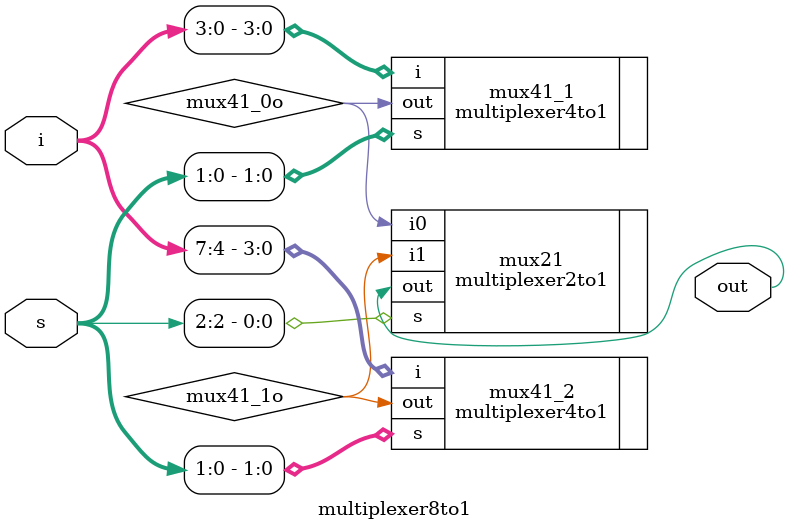
<source format=v>
/* 模組名稱：multiplexer8to1
   著作權宣告：copyright 2012 林博仁(pika1021@gmail.com)
   */
`ifndef MULTIPLEXER8TO1_V_INCLUDE
	`define MULTIPLEXER8TO1_V_INCLUDE
	`timescale 1ns / 100ps
	`include "Source_code/multiplexer4to1/multiplexer4to1.v"
	`include "Source_code/multiplexer2to1/multiplexer2to1.v"

	module multiplexer8to1(out, i, s);
		input [7:0]i;
		input [2:0]s;
		output out;
		wire mux41_1o, mux41_0o;
		
		//我們需要2個共用s[1:0]的4對1多工器
		multiplexer4to1 
			mux41_1(
				.out(mux41_0o), 
				.i(i[3:0]), 
				.s(s[1:0])
			), 
			mux41_2(
				.out(mux41_1o), 
				.i(i[7:4]), 
				.s(s[1:0])
			);
		//用1個2對1多工器選擇第2位
		multiplexer2to1
			mux21(
				.out(out), 
				.i1(mux41_1o), 
				.i0(mux41_0o), 
				.s(s[2])
			);
	endmodule
`endif
</source>
